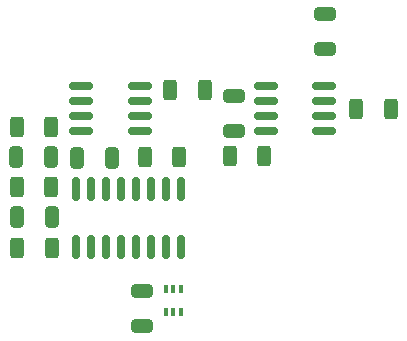
<source format=gbr>
%TF.GenerationSoftware,KiCad,Pcbnew,6.0.7-f9a2dced07~116~ubuntu20.04.1*%
%TF.CreationDate,2022-08-17T00:13:38+02:00*%
%TF.ProjectId,NVM-Amp,4e564d2d-416d-4702-9e6b-696361645f70,rev?*%
%TF.SameCoordinates,Original*%
%TF.FileFunction,Paste,Top*%
%TF.FilePolarity,Positive*%
%FSLAX46Y46*%
G04 Gerber Fmt 4.6, Leading zero omitted, Abs format (unit mm)*
G04 Created by KiCad (PCBNEW 6.0.7-f9a2dced07~116~ubuntu20.04.1) date 2022-08-17 00:13:38*
%MOMM*%
%LPD*%
G01*
G04 APERTURE LIST*
G04 Aperture macros list*
%AMRoundRect*
0 Rectangle with rounded corners*
0 $1 Rounding radius*
0 $2 $3 $4 $5 $6 $7 $8 $9 X,Y pos of 4 corners*
0 Add a 4 corners polygon primitive as box body*
4,1,4,$2,$3,$4,$5,$6,$7,$8,$9,$2,$3,0*
0 Add four circle primitives for the rounded corners*
1,1,$1+$1,$2,$3*
1,1,$1+$1,$4,$5*
1,1,$1+$1,$6,$7*
1,1,$1+$1,$8,$9*
0 Add four rect primitives between the rounded corners*
20,1,$1+$1,$2,$3,$4,$5,0*
20,1,$1+$1,$4,$5,$6,$7,0*
20,1,$1+$1,$6,$7,$8,$9,0*
20,1,$1+$1,$8,$9,$2,$3,0*%
G04 Aperture macros list end*
%ADD10RoundRect,0.250000X-0.650000X0.325000X-0.650000X-0.325000X0.650000X-0.325000X0.650000X0.325000X0*%
%ADD11RoundRect,0.250000X-0.312500X-0.625000X0.312500X-0.625000X0.312500X0.625000X-0.312500X0.625000X0*%
%ADD12RoundRect,0.250000X0.312500X0.625000X-0.312500X0.625000X-0.312500X-0.625000X0.312500X-0.625000X0*%
%ADD13RoundRect,0.150000X-0.825000X-0.150000X0.825000X-0.150000X0.825000X0.150000X-0.825000X0.150000X0*%
%ADD14RoundRect,0.150000X-0.150000X0.825000X-0.150000X-0.825000X0.150000X-0.825000X0.150000X0.825000X0*%
%ADD15R,0.400000X0.650000*%
%ADD16RoundRect,0.250000X-0.325000X-0.650000X0.325000X-0.650000X0.325000X0.650000X-0.325000X0.650000X0*%
%ADD17RoundRect,0.250000X0.325000X0.650000X-0.325000X0.650000X-0.325000X-0.650000X0.325000X-0.650000X0*%
G04 APERTURE END LIST*
D10*
%TO.C,C8*%
X230000000Y-117600000D03*
X230000000Y-120550000D03*
%TD*%
D11*
%TO.C,R22*%
X214725000Y-129725000D03*
X217650000Y-129725000D03*
%TD*%
D12*
%TO.C,R4*%
X206812500Y-132250000D03*
X203887500Y-132250000D03*
%TD*%
D13*
%TO.C,U4*%
X224975000Y-123695000D03*
X224975000Y-124965000D03*
X224975000Y-126235000D03*
X224975000Y-127505000D03*
X229925000Y-127505000D03*
X229925000Y-126235000D03*
X229925000Y-124965000D03*
X229925000Y-123695000D03*
%TD*%
D14*
%TO.C,U2*%
X217795000Y-137325000D03*
X216525000Y-137325000D03*
X215255000Y-137325000D03*
X213985000Y-137325000D03*
X212715000Y-137325000D03*
X211445000Y-137325000D03*
X210175000Y-137325000D03*
X208905000Y-137325000D03*
X208905000Y-132375000D03*
X210175000Y-132375000D03*
X211445000Y-132375000D03*
X212715000Y-132375000D03*
X213985000Y-132375000D03*
X215255000Y-132375000D03*
X216525000Y-132375000D03*
X217795000Y-132375000D03*
%TD*%
D11*
%TO.C,R20*%
X221937500Y-129625000D03*
X224862500Y-129625000D03*
%TD*%
D15*
%TO.C,U1*%
X216500000Y-142800000D03*
X217150000Y-142800000D03*
X217800000Y-142800000D03*
X217800000Y-140900000D03*
X217150000Y-140900000D03*
X216500000Y-140900000D03*
%TD*%
D16*
%TO.C,C2*%
X203900000Y-134800000D03*
X206850000Y-134800000D03*
%TD*%
D11*
%TO.C,R11*%
X216887500Y-124025000D03*
X219812500Y-124025000D03*
%TD*%
D13*
%TO.C,Q2*%
X209375000Y-123695000D03*
X209375000Y-124965000D03*
X209375000Y-126235000D03*
X209375000Y-127505000D03*
X214325000Y-127505000D03*
X214325000Y-126235000D03*
X214325000Y-124965000D03*
X214325000Y-123695000D03*
%TD*%
D11*
%TO.C,R2*%
X206850000Y-137375000D03*
X203925000Y-137375000D03*
%TD*%
D10*
%TO.C,C1*%
X214500000Y-141050000D03*
X214500000Y-144000000D03*
%TD*%
%TO.C,C10*%
X222250000Y-124525000D03*
X222250000Y-127475000D03*
%TD*%
D17*
%TO.C,C5*%
X211925000Y-129750000D03*
X208975000Y-129750000D03*
%TD*%
D11*
%TO.C,R10*%
X203887500Y-127175000D03*
X206812500Y-127175000D03*
%TD*%
D16*
%TO.C,C6*%
X203875000Y-129725000D03*
X206825000Y-129725000D03*
%TD*%
D11*
%TO.C,R28*%
X235562500Y-125600000D03*
X232637500Y-125600000D03*
%TD*%
M02*

</source>
